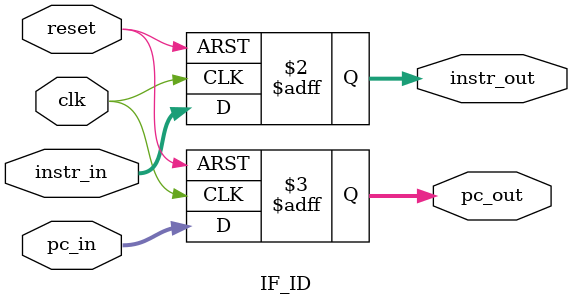
<source format=v>
module IF_ID (
    input  wire        clk, reset,
    input  wire [31:0] instr_in, pc_in,
    output reg  [31:0] instr_out, pc_out
);
    always @(posedge clk or posedge reset) begin
        if (reset) begin instr_out <= 0; pc_out <= 0; end
        else begin instr_out <= instr_in; pc_out <= pc_in; end
    end
endmodule

</source>
